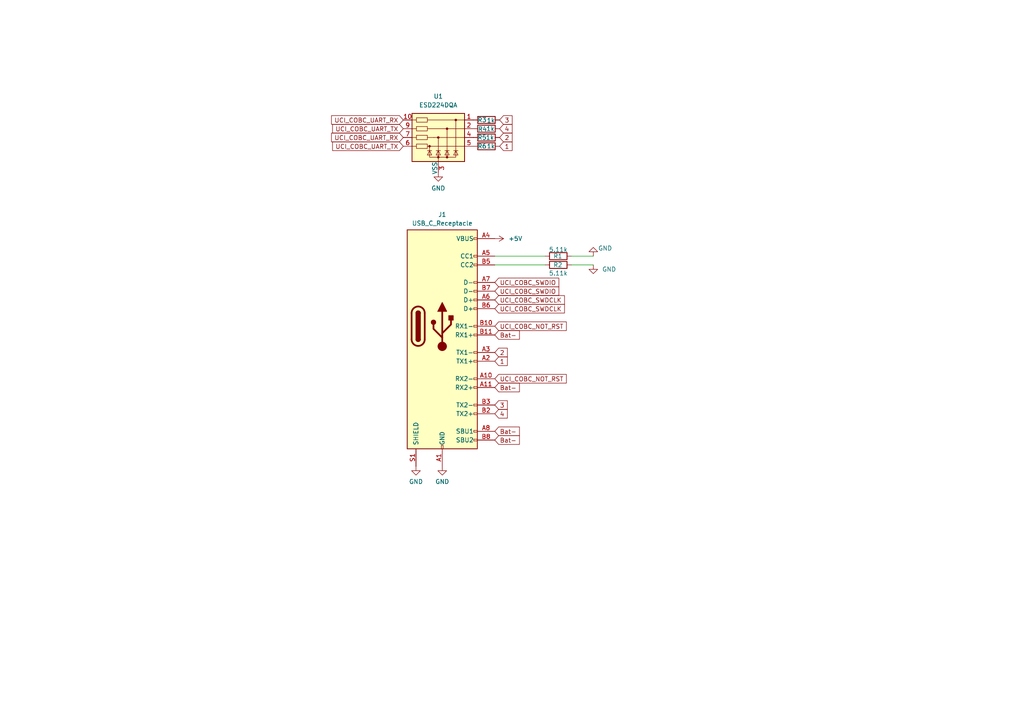
<source format=kicad_sch>
(kicad_sch (version 20230121) (generator eeschema)
  (paper "A4")
  (lib_symbols
    (symbol "Connector:USB_C_Receptacle" (pin_names (offset 1.016))
      (property "Reference" "J" (at -10.16 29.21 0))
      (property "Value" "USB_C_Receptacle" (at 10.16 29.21 0))
      (symbol "USB_C_Receptacle_0_0"
        (rectangle (start -0.254 -35.56) (end 0.254 -34.544))
        (rectangle (start 10.16 -32.766) (end 9.144 -33.274))
        (rectangle (start 10.16 -30.226) (end 9.144 -30.734))
        (rectangle (start 10.16 -25.146) (end 9.144 -25.654))
        (rectangle (start 10.16 -22.606) (end 9.144 -23.114))
        (rectangle (start 10.16 -17.526) (end 9.144 -18.034))
        (rectangle (start 10.16 -14.986) (end 9.144 -15.494))
        (rectangle (start 10.16 -9.906) (end 9.144 -10.414))
        (rectangle (start 10.16 -7.366) (end 9.144 -7.874))
        (rectangle (start 10.16 -2.286) (end 9.144 -2.794))
        (rectangle (start 10.16 0.254) (end 9.144 -0.254))
        (rectangle (start 10.16 5.334) (end 9.144 4.826))
        (rectangle (start 10.16 7.874) (end 9.144 7.366))
        (rectangle (start 10.16 10.414) (end 9.144 9.906))
        (rectangle (start 10.16 12.954) (end 9.144 12.446))
        (rectangle (start 10.16 18.034) (end 9.144 17.526))
        (rectangle (start 10.16 20.574) (end 9.144 20.066))
        (rectangle (start 10.16 25.654) (end 9.144 25.146))
      )
      (symbol "USB_C_Receptacle_0_1"
        (rectangle (start -10.16 27.94) (end 10.16 -35.56) (stroke (width 0.254)) (fill (type background)))
        (arc (start -8.89 -3.81) (mid -6.985 -5.7067) (end -5.08 -3.81) (stroke (width 0.508)))
        (arc (start -7.62 -3.81) (mid -6.985 -4.4423) (end -6.35 -3.81) (stroke (width 0.254)))
        (arc (start -7.62 -3.81) (mid -6.985 -4.4423) (end -6.35 -3.81) (stroke (width 0.254)) (fill (type outline)))
        (rectangle (start -7.62 -3.81) (end -6.35 3.81) (stroke (width 0.254)) (fill (type outline)))
        (arc (start -6.35 3.81) (mid -6.985 4.4423) (end -7.62 3.81) (stroke (width 0.254)))
        (arc (start -6.35 3.81) (mid -6.985 4.4423) (end -7.62 3.81) (stroke (width 0.254)) (fill (type outline)))
        (arc (start -5.08 3.81) (mid -6.985 5.7067) (end -8.89 3.81) (stroke (width 0.508)))
        (polyline (pts (xy -8.89 -3.81) (xy -8.89 3.81)) (stroke (width 0.508)))
        (polyline (pts (xy -5.08 3.81) (xy -5.08 -3.81)) (stroke (width 0.508)))
      )
      (symbol "USB_C_Receptacle_1_1"
        (circle (center -2.54 1.143) (radius 0.635) (stroke (width 0.254)) (fill (type outline)))
        (circle (center 0 -5.842) (radius 1.27) (fill (type outline)))
        (polyline (pts (xy 0 -5.842) (xy 0 4.318)) (stroke (width 0.508)))
        (polyline (pts (xy 0 -3.302) (xy -2.54 -0.762) (xy -2.54 0.508)) (stroke (width 0.508)))
        (polyline (pts (xy 0 -2.032) (xy 2.54 0.508) (xy 2.54 1.778)) (stroke (width 0.508)))
        (polyline (pts (xy -1.27 4.318) (xy 0 6.858) (xy 1.27 4.318) (xy -1.27 4.318)) (stroke (width 0.254)) (fill (type outline)))
        (rectangle (start 1.905 1.778) (end 3.175 3.048) (stroke (width 0.254)) (fill (type outline)))
        (pin passive line (at 0 -40.64 90) (length 5.08) (name "GND") (number "A1"))
        (pin bidirectional line (at 15.24 -15.24 180) (length 5.08) (name "RX2-") (number "A10"))
        (pin bidirectional line (at 15.24 -17.78 180) (length 5.08) (name "RX2+") (number "A11"))
        (pin passive line (at 0 -40.64 90) (length 5.08) hide (name "GND") (number "A12"))
        (pin bidirectional line (at 15.24 -10.16 180) (length 5.08) (name "TX1+") (number "A2"))
        (pin bidirectional line (at 15.24 -7.62 180) (length 5.08) (name "TX1-") (number "A3"))
        (pin passive line (at 15.24 25.4 180) (length 5.08) (name "VBUS") (number "A4"))
        (pin bidirectional line (at 15.24 20.32 180) (length 5.08) (name "CC1") (number "A5"))
        (pin bidirectional line (at 15.24 7.62 180) (length 5.08) (name "D+") (number "A6"))
        (pin bidirectional line (at 15.24 12.7 180) (length 5.08) (name "D-") (number "A7"))
        (pin bidirectional line (at 15.24 -30.48 180) (length 5.08) (name "SBU1") (number "A8"))
        (pin passive line (at 15.24 25.4 180) (length 5.08) hide (name "VBUS") (number "A9"))
        (pin passive line (at 0 -40.64 90) (length 5.08) hide (name "GND") (number "B1"))
        (pin bidirectional line (at 15.24 0 180) (length 5.08) (name "RX1-") (number "B10"))
        (pin bidirectional line (at 15.24 -2.54 180) (length 5.08) (name "RX1+") (number "B11"))
        (pin passive line (at 0 -40.64 90) (length 5.08) hide (name "GND") (number "B12"))
        (pin bidirectional line (at 15.24 -25.4 180) (length 5.08) (name "TX2+") (number "B2"))
        (pin bidirectional line (at 15.24 -22.86 180) (length 5.08) (name "TX2-") (number "B3"))
        (pin passive line (at 15.24 25.4 180) (length 5.08) hide (name "VBUS") (number "B4"))
        (pin bidirectional line (at 15.24 17.78 180) (length 5.08) (name "CC2") (number "B5"))
        (pin bidirectional line (at 15.24 5.08 180) (length 5.08) (name "D+") (number "B6"))
        (pin bidirectional line (at 15.24 10.16 180) (length 5.08) (name "D-") (number "B7"))
        (pin bidirectional line (at 15.24 -33.02 180) (length 5.08) (name "SBU2") (number "B8"))
        (pin passive line (at 15.24 25.4 180) (length 5.08) hide (name "VBUS") (number "B9"))
        (pin passive line (at -7.62 -40.64 90) (length 5.08) (name "SHIELD") (number "S1"))
      )
    )
    (symbol "Device:R" (pin_numbers hide) (pin_names (offset 0))
      (property "Reference" "R" (at 2.032 0 90))
      (property "Value" "R" (at 0 0 90))
      (symbol "R_0_1"
        (rectangle (start -1.016 -2.54) (end 1.016 2.54) (stroke (width 0.254)))
      )
      (symbol "R_1_1"
        (pin passive line (at 0 3.81 270) (length 1.27) (name "~") (number "1"))
        (pin passive line (at 0 -3.81 90) (length 1.27) (name "~") (number "2"))
      )
    )
    (symbol "Power_Protection:ESD224DQA" (pin_names (offset 0))
      (property "Reference" "U" (at -0.635 8.255 0))
      (property "Value" "ESD224DQA" (at 8.89 -8.255 0))
      (symbol "ESD224DQA_0_0"
        (polyline (pts (xy -2.54 -5.715) (xy -2.54 2.54)))
        (polyline (pts (xy 0 0) (xy 0 -6.985)))
      )
      (symbol "ESD224DQA_0_1"
        (rectangle (start -7.62 6.985) (end 7.62 -6.985) (stroke (width 0.254)) (fill (type background)))
        (circle (center -5.08 5.08) (radius 0.2794) (fill (type outline)))
        (circle (center -2.54 -5.715) (radius 0.2794) (fill (type outline)))
        (circle (center -2.54 2.54) (radius 0.2794) (fill (type outline)))
        (circle (center 0 -5.715) (radius 0.2794) (fill (type outline)))
        (polyline (pts (xy -7.62 -2.54) (xy 3.175 -2.54)))
        (polyline (pts (xy -7.62 0) (xy 1.27 0)))
        (polyline (pts (xy -7.62 2.54) (xy -5.08 2.54)))
        (polyline (pts (xy -7.62 5.08) (xy -7.62 5.08)))
        (polyline (pts (xy -4.445 -3.81) (xy -5.715 -3.81)))
        (polyline (pts (xy -1.905 -3.81) (xy -3.175 -3.81)))
        (polyline (pts (xy 0 -6.985) (xy 0 -7.62)))
        (polyline (pts (xy 0.635 -3.81) (xy -0.635 -3.81)))
        (polyline (pts (xy 3.175 -3.81) (xy 1.905 -3.81)))
        (polyline (pts (xy 3.175 0) (xy 1.27 0)) (stroke (width 0.1524)))
        (polyline (pts (xy 3.175 5.08) (xy -7.62 5.08)) (stroke (width 0.1524)))
        (polyline (pts (xy 7.62 -2.54) (xy 6.35 -2.54)) (stroke (width 0.1524)))
        (polyline (pts (xy 7.62 0) (xy 6.35 0)) (stroke (width 0.1524)))
        (polyline (pts (xy 7.62 2.54) (xy 6.35 2.54)) (stroke (width 0.1524)))
        (polyline (pts (xy 7.62 5.08) (xy 6.35 5.08)) (stroke (width 0.1524)))
        (polyline (pts (xy -5.08 5.08) (xy -5.08 -5.715) (xy 2.54 -5.715) (xy 2.54 -2.54)) (stroke (width 0.1524)))
        (polyline (pts (xy -4.445 -5.08) (xy -5.715 -5.08) (xy -5.08 -3.81) (xy -4.445 -5.08)))
        (polyline (pts (xy -1.905 -5.08) (xy -3.175 -5.08) (xy -2.54 -3.81) (xy -1.905 -5.08)))
        (polyline (pts (xy 0.635 -5.08) (xy -0.635 -5.08) (xy 0 -3.81) (xy 0.635 -5.08)))
        (polyline (pts (xy 3.175 -5.08) (xy 1.905 -5.08) (xy 2.54 -3.81) (xy 3.175 -5.08)))
        (polyline (pts (xy 3.175 2.54) (xy 0 2.54) (xy 0 2.54) (xy -3.81 2.54) (xy -3.81 2.54) (xy -5.08 2.54)) (stroke (width 0.1524)))
        (circle (center 0 0) (radius 0.2794) (fill (type outline)))
        (circle (center 2.54 -2.54) (radius 0.2794) (fill (type outline)))
        (rectangle (start 3.175 -1.905) (end 6.35 -3.175) (stroke (width 0.1524)))
        (rectangle (start 3.175 0.635) (end 6.35 -0.635) (stroke (width 0.1524)))
        (rectangle (start 3.175 3.175) (end 6.35 1.905) (stroke (width 0.1524)))
        (rectangle (start 3.175 5.715) (end 6.35 4.445) (stroke (width 0.1524)))
      )
      (symbol "ESD224DQA_1_1"
        (pin passive line (at -10.16 5.08 0) (length 2.54) (name "~") (number "1"))
        (pin passive line (at 10.16 5.08 180) (length 2.54) (name "~") (number "10"))
        (pin passive line (at -10.16 2.54 0) (length 2.54) (name "~") (number "2"))
        (pin power_in line (at 0 -10.16 90) (length 2.54) (name "VSS") (number "3"))
        (pin passive line (at -10.16 0 0) (length 2.54) (name "~") (number "4"))
        (pin passive line (at -10.16 -2.54 0) (length 2.54) (name "~") (number "5"))
        (pin passive line (at 10.16 -2.54 180) (length 2.54) (name "~") (number "6"))
        (pin passive line (at 10.16 0 180) (length 2.54) (name "~") (number "7"))
        (pin passive line (at 0 -10.16 90) (length 2.54) hide (name "VSS") (number "8"))
        (pin passive line (at 10.16 2.54 180) (length 2.54) (name "~") (number "9"))
      )
    )
    (symbol "power:+5V" (power) (pin_names (offset 0))
      (property "Value" "+5V" (at 0 3.556 0))
      (symbol "+5V_0_1"
        (polyline (pts (xy -0.762 1.27) (xy 0 2.54)))
        (polyline (pts (xy 0 0) (xy 0 2.54)))
        (polyline (pts (xy 0 2.54) (xy 0.762 1.27)))
      )
      (symbol "+5V_1_1"
        (pin power_in line (at 0 0 90) (length 0) hide (name "+5V") (number "1"))
      )
    )
    (symbol "power:GND" (power) (pin_names (offset 0))
      (property "Value" "GND" (at 0 -3.81 0))
      (symbol "GND_0_1"
        (polyline (pts (xy 0 0) (xy 0 -1.27) (xy 1.27 -1.27) (xy 0 -2.54) (xy -1.27 -1.27) (xy 0 -1.27)))
      )
      (symbol "GND_1_1"
        (pin power_in line (at 0 0 270) (length 0) hide (name "GND") (number "1"))
      )
    )
  )
  (wire (pts (xy 158.115 74.295) (xy 143.51 74.295)))
  (wire (pts (xy 143.51 76.835) (xy 158.115 76.835)))
  (wire (pts (xy 165.735 76.835) (xy 172.085 76.835)))
  (wire (pts (xy 172.085 74.295) (xy 165.735 74.295)))
  (global_label "UCI_COBC_UART_RX" (shape input) (at 116.967 34.798 180) (property "Intersheetrefs" "${INTERSHEET_REFS}" (effects hide)))
  (global_label "4" (shape input) (at 144.907 37.338 0) (property "Intersheetrefs" "${INTERSHEET_REFS}" (effects hide)))
  (global_label "UCI_COBC_NOT_RST" (shape input) (at 143.51 94.615 0) (property "Intersheetrefs" "${INTERSHEET_REFS}" (effects hide)))
  (global_label "UCI_COBC_UART_TX" (shape input) (at 116.967 42.418 180) (property "Intersheetrefs" "${INTERSHEET_REFS}" (effects hide)))
  (global_label "3" (shape input) (at 143.51 117.475 0) (property "Intersheetrefs" "${INTERSHEET_REFS}" (effects hide)))
  (global_label "UCI_COBC_NOT_RST" (shape input) (at 143.51 109.855 0) (property "Intersheetrefs" "${INTERSHEET_REFS}" (effects hide)))
  (global_label "1" (shape input) (at 143.51 104.775 0) (property "Intersheetrefs" "${INTERSHEET_REFS}" (effects hide)))
  (global_label "2" (shape input) (at 143.51 102.235 0) (property "Intersheetrefs" "${INTERSHEET_REFS}" (effects hide)))
  (global_label "Bat-" (shape input) (at 143.51 97.155 0) (property "Intersheetrefs" "${INTERSHEET_REFS}" (effects hide)))
  (global_label "3" (shape input) (at 144.907 34.798 0) (property "Intersheetrefs" "${INTERSHEET_REFS}" (effects hide)))
  (global_label "1" (shape input) (at 144.907 42.418 0) (property "Intersheetrefs" "${INTERSHEET_REFS}" (effects hide)))
  (global_label "4" (shape input) (at 143.51 120.015 0) (property "Intersheetrefs" "${INTERSHEET_REFS}" (effects hide)))
  (global_label "UCI_COBC_UART_TX" (shape input) (at 116.967 37.338 180) (property "Intersheetrefs" "${INTERSHEET_REFS}" (effects hide)))
  (global_label "UCI_COBC_SWDIO" (shape input) (at 143.51 84.455 0) (property "Intersheetrefs" "${INTERSHEET_REFS}" (effects hide)))
  (global_label "UCI_COBC_SWDCLK" (shape input) (at 143.51 89.535 0) (property "Intersheetrefs" "${INTERSHEET_REFS}" (effects hide)))
  (global_label "Bat-" (shape input) (at 143.51 112.395 0) (property "Intersheetrefs" "${INTERSHEET_REFS}" (effects hide)))
  (global_label "UCI_COBC_SWDIO" (shape input) (at 143.51 81.915 0) (property "Intersheetrefs" "${INTERSHEET_REFS}" (effects hide)))
  (global_label "UCI_COBC_UART_RX" (shape input) (at 116.967 39.878 180) (property "Intersheetrefs" "${INTERSHEET_REFS}" (effects hide)))
  (global_label "2" (shape input) (at 144.907 39.878 0) (property "Intersheetrefs" "${INTERSHEET_REFS}" (effects hide)))
  (global_label "Bat-" (shape input) (at 143.51 125.095 0) (property "Intersheetrefs" "${INTERSHEET_REFS}" (effects hide)))
  (global_label "Bat-" (shape input) (at 143.51 127.635 0) (property "Intersheetrefs" "${INTERSHEET_REFS}" (effects hide)))
  (global_label "UCI_COBC_SWDCLK" (shape input) (at 143.51 86.995 0) (property "Intersheetrefs" "${INTERSHEET_REFS}" (effects hide)))
  (symbol (lib_id "Connector:USB_C_Receptacle") (at 128.27 94.615 0) (unit 1)
    (property "Reference" "J1" (at 128.27 62.23 0))
    (property "Value" "USB_C_Receptacle" (at 128.27 64.77 0))
    (property "Footprint" "STS_connector:USB4160030170C" (effects hide))
    (property "Datasheet" "https://www.usb.org/sites/default/files/documents/usb_type-c.zip" (effects hide))
  )
  (symbol (lib_id "power:+5V") (at 143.51 69.215 270) (unit 1)
    (property "Reference" "#PWR02" (effects hide))
    (property "Value" "+5V" (at 147.447 69.2149 90) (effects (justify left)))
  )
  (symbol (lib_id "Device:R") (at 141.097 37.338 270) (unit 1)
    (property "Reference" "R4" (at 139.954 37.465 90))
    (property "Value" "1k" (at 142.24 37.338 90))
    (property "Footprint" "Resistor_SMD:R_0603_1608Metric" (effects hide))
  )
  (symbol (lib_id "Device:R") (at 141.097 42.418 270) (unit 1)
    (property "Reference" "R6" (at 139.827 42.418 90))
    (property "Value" "1k" (at 142.367 42.418 90))
    (property "Footprint" "Resistor_SMD:R_0603_1608Metric" (effects hide))
  )
  (symbol (lib_id "Device:R") (at 141.097 39.878 270) (unit 1)
    (property "Reference" "R5" (at 139.827 39.878 90))
    (property "Value" "1k" (at 142.113 39.878 90))
    (property "Footprint" "Resistor_SMD:R_0603_1608Metric" (effects hide))
  )
  (symbol (lib_id "Power_Protection:ESD224DQA") (at 127.127 39.878 0) (mirror y) (unit 1)
    (property "Reference" "U1" (at 127.127 27.94 0))
    (property "Value" "ESD224DQA" (at 127.127 30.48 0))
    (property "Footprint" "Package_DFN_QFN:Diodes_UDFN-10_1.0x2.5mm_P0.5mm" (effects hide))
    (property "Datasheet" "https://www.ti.com/lit/ds/symlink/esd224.pdf" (effects hide))
  )
  (symbol (lib_id "power:GND") (at 172.085 76.835 0) (unit 1)
    (property "Reference" "#PWR0109" (effects hide))
    (property "Value" "GND" (at 174.625 78.1049 0) (effects (justify left)))
  )
  (symbol (lib_id "power:GND") (at 172.085 74.295 180) (unit 1)
    (property "Reference" "#PWR0105" (effects hide))
    (property "Value" "GND" (at 175.514 72.009 0))
  )
  (symbol (lib_id "Device:R") (at 161.925 74.295 270) (unit 1)
    (property "Reference" "R1" (at 161.798 74.295 90))
    (property "Value" "5.11k" (at 161.925 72.39 90))
    (property "Footprint" "Resistor_SMD:R_0603_1608Metric" (effects hide))
  )
  (symbol (lib_id "power:GND") (at 127.127 50.038 0) (unit 1)
    (property "Reference" "#PWR0113" (effects hide))
    (property "Value" "GND" (at 127.127 54.61 0))
  )
  (symbol (lib_id "power:GND") (at 128.27 135.255 0) (mirror y) (unit 1)
    (property "Reference" "#PWR03" (effects hide))
    (property "Value" "GND" (at 128.27 139.7 0))
  )
  (symbol (lib_id "Device:R") (at 161.925 76.835 270) (unit 1)
    (property "Reference" "R2" (at 161.798 76.835 90))
    (property "Value" "5.11k" (at 161.925 79.248 90))
    (property "Footprint" "Resistor_SMD:R_0603_1608Metric" (effects hide))
  )
  (symbol (lib_id "Device:R") (at 141.097 34.798 270) (unit 1)
    (property "Reference" "R3" (at 139.827 34.798 90))
    (property "Value" "1k" (at 142.367 34.925 90))
    (property "Footprint" "Resistor_SMD:R_0603_1608Metric" (effects hide))
  )
  (symbol (lib_id "power:GND") (at 120.65 135.255 0) (mirror y) (unit 1)
    (property "Reference" "#PWR04" (effects hide))
    (property "Value" "GND" (at 120.65 139.7 0))
  )
)
</source>
